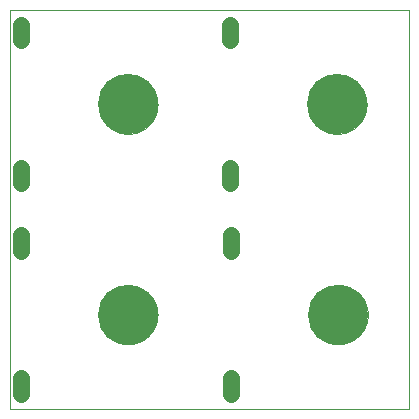
<source format=gbs>
G75*
%MOIN*%
%OFA0B0*%
%FSLAX25Y25*%
%IPPOS*%
%LPD*%
%AMOC8*
5,1,8,0,0,1.08239X$1,22.5*
%
%ADD10C,0.00000*%
%ADD11C,0.20085*%
%ADD12C,0.05550*%
D10*
X0001310Y0001539D02*
X0134381Y0001539D01*
X0134381Y0134610D01*
X0001310Y0134610D01*
X0001310Y0001539D01*
X0030798Y0032996D02*
X0030801Y0033238D01*
X0030810Y0033479D01*
X0030825Y0033720D01*
X0030845Y0033961D01*
X0030872Y0034201D01*
X0030905Y0034440D01*
X0030943Y0034679D01*
X0030987Y0034916D01*
X0031037Y0035153D01*
X0031093Y0035388D01*
X0031155Y0035621D01*
X0031222Y0035853D01*
X0031295Y0036084D01*
X0031373Y0036312D01*
X0031458Y0036538D01*
X0031547Y0036763D01*
X0031642Y0036985D01*
X0031743Y0037204D01*
X0031849Y0037422D01*
X0031960Y0037636D01*
X0032077Y0037848D01*
X0032198Y0038056D01*
X0032325Y0038262D01*
X0032457Y0038464D01*
X0032594Y0038664D01*
X0032735Y0038859D01*
X0032881Y0039052D01*
X0033032Y0039240D01*
X0033188Y0039425D01*
X0033348Y0039606D01*
X0033512Y0039783D01*
X0033681Y0039956D01*
X0033854Y0040125D01*
X0034031Y0040289D01*
X0034212Y0040449D01*
X0034397Y0040605D01*
X0034585Y0040756D01*
X0034778Y0040902D01*
X0034973Y0041043D01*
X0035173Y0041180D01*
X0035375Y0041312D01*
X0035581Y0041439D01*
X0035789Y0041560D01*
X0036001Y0041677D01*
X0036215Y0041788D01*
X0036433Y0041894D01*
X0036652Y0041995D01*
X0036874Y0042090D01*
X0037099Y0042179D01*
X0037325Y0042264D01*
X0037553Y0042342D01*
X0037784Y0042415D01*
X0038016Y0042482D01*
X0038249Y0042544D01*
X0038484Y0042600D01*
X0038721Y0042650D01*
X0038958Y0042694D01*
X0039197Y0042732D01*
X0039436Y0042765D01*
X0039676Y0042792D01*
X0039917Y0042812D01*
X0040158Y0042827D01*
X0040399Y0042836D01*
X0040641Y0042839D01*
X0040883Y0042836D01*
X0041124Y0042827D01*
X0041365Y0042812D01*
X0041606Y0042792D01*
X0041846Y0042765D01*
X0042085Y0042732D01*
X0042324Y0042694D01*
X0042561Y0042650D01*
X0042798Y0042600D01*
X0043033Y0042544D01*
X0043266Y0042482D01*
X0043498Y0042415D01*
X0043729Y0042342D01*
X0043957Y0042264D01*
X0044183Y0042179D01*
X0044408Y0042090D01*
X0044630Y0041995D01*
X0044849Y0041894D01*
X0045067Y0041788D01*
X0045281Y0041677D01*
X0045493Y0041560D01*
X0045701Y0041439D01*
X0045907Y0041312D01*
X0046109Y0041180D01*
X0046309Y0041043D01*
X0046504Y0040902D01*
X0046697Y0040756D01*
X0046885Y0040605D01*
X0047070Y0040449D01*
X0047251Y0040289D01*
X0047428Y0040125D01*
X0047601Y0039956D01*
X0047770Y0039783D01*
X0047934Y0039606D01*
X0048094Y0039425D01*
X0048250Y0039240D01*
X0048401Y0039052D01*
X0048547Y0038859D01*
X0048688Y0038664D01*
X0048825Y0038464D01*
X0048957Y0038262D01*
X0049084Y0038056D01*
X0049205Y0037848D01*
X0049322Y0037636D01*
X0049433Y0037422D01*
X0049539Y0037204D01*
X0049640Y0036985D01*
X0049735Y0036763D01*
X0049824Y0036538D01*
X0049909Y0036312D01*
X0049987Y0036084D01*
X0050060Y0035853D01*
X0050127Y0035621D01*
X0050189Y0035388D01*
X0050245Y0035153D01*
X0050295Y0034916D01*
X0050339Y0034679D01*
X0050377Y0034440D01*
X0050410Y0034201D01*
X0050437Y0033961D01*
X0050457Y0033720D01*
X0050472Y0033479D01*
X0050481Y0033238D01*
X0050484Y0032996D01*
X0050481Y0032754D01*
X0050472Y0032513D01*
X0050457Y0032272D01*
X0050437Y0032031D01*
X0050410Y0031791D01*
X0050377Y0031552D01*
X0050339Y0031313D01*
X0050295Y0031076D01*
X0050245Y0030839D01*
X0050189Y0030604D01*
X0050127Y0030371D01*
X0050060Y0030139D01*
X0049987Y0029908D01*
X0049909Y0029680D01*
X0049824Y0029454D01*
X0049735Y0029229D01*
X0049640Y0029007D01*
X0049539Y0028788D01*
X0049433Y0028570D01*
X0049322Y0028356D01*
X0049205Y0028144D01*
X0049084Y0027936D01*
X0048957Y0027730D01*
X0048825Y0027528D01*
X0048688Y0027328D01*
X0048547Y0027133D01*
X0048401Y0026940D01*
X0048250Y0026752D01*
X0048094Y0026567D01*
X0047934Y0026386D01*
X0047770Y0026209D01*
X0047601Y0026036D01*
X0047428Y0025867D01*
X0047251Y0025703D01*
X0047070Y0025543D01*
X0046885Y0025387D01*
X0046697Y0025236D01*
X0046504Y0025090D01*
X0046309Y0024949D01*
X0046109Y0024812D01*
X0045907Y0024680D01*
X0045701Y0024553D01*
X0045493Y0024432D01*
X0045281Y0024315D01*
X0045067Y0024204D01*
X0044849Y0024098D01*
X0044630Y0023997D01*
X0044408Y0023902D01*
X0044183Y0023813D01*
X0043957Y0023728D01*
X0043729Y0023650D01*
X0043498Y0023577D01*
X0043266Y0023510D01*
X0043033Y0023448D01*
X0042798Y0023392D01*
X0042561Y0023342D01*
X0042324Y0023298D01*
X0042085Y0023260D01*
X0041846Y0023227D01*
X0041606Y0023200D01*
X0041365Y0023180D01*
X0041124Y0023165D01*
X0040883Y0023156D01*
X0040641Y0023153D01*
X0040399Y0023156D01*
X0040158Y0023165D01*
X0039917Y0023180D01*
X0039676Y0023200D01*
X0039436Y0023227D01*
X0039197Y0023260D01*
X0038958Y0023298D01*
X0038721Y0023342D01*
X0038484Y0023392D01*
X0038249Y0023448D01*
X0038016Y0023510D01*
X0037784Y0023577D01*
X0037553Y0023650D01*
X0037325Y0023728D01*
X0037099Y0023813D01*
X0036874Y0023902D01*
X0036652Y0023997D01*
X0036433Y0024098D01*
X0036215Y0024204D01*
X0036001Y0024315D01*
X0035789Y0024432D01*
X0035581Y0024553D01*
X0035375Y0024680D01*
X0035173Y0024812D01*
X0034973Y0024949D01*
X0034778Y0025090D01*
X0034585Y0025236D01*
X0034397Y0025387D01*
X0034212Y0025543D01*
X0034031Y0025703D01*
X0033854Y0025867D01*
X0033681Y0026036D01*
X0033512Y0026209D01*
X0033348Y0026386D01*
X0033188Y0026567D01*
X0033032Y0026752D01*
X0032881Y0026940D01*
X0032735Y0027133D01*
X0032594Y0027328D01*
X0032457Y0027528D01*
X0032325Y0027730D01*
X0032198Y0027936D01*
X0032077Y0028144D01*
X0031960Y0028356D01*
X0031849Y0028570D01*
X0031743Y0028788D01*
X0031642Y0029007D01*
X0031547Y0029229D01*
X0031458Y0029454D01*
X0031373Y0029680D01*
X0031295Y0029908D01*
X0031222Y0030139D01*
X0031155Y0030371D01*
X0031093Y0030604D01*
X0031037Y0030839D01*
X0030987Y0031076D01*
X0030943Y0031313D01*
X0030905Y0031552D01*
X0030872Y0031791D01*
X0030845Y0032031D01*
X0030825Y0032272D01*
X0030810Y0032513D01*
X0030801Y0032754D01*
X0030798Y0032996D01*
X0030798Y0103075D02*
X0030801Y0103317D01*
X0030810Y0103558D01*
X0030825Y0103799D01*
X0030845Y0104040D01*
X0030872Y0104280D01*
X0030905Y0104519D01*
X0030943Y0104758D01*
X0030987Y0104995D01*
X0031037Y0105232D01*
X0031093Y0105467D01*
X0031155Y0105700D01*
X0031222Y0105932D01*
X0031295Y0106163D01*
X0031373Y0106391D01*
X0031458Y0106617D01*
X0031547Y0106842D01*
X0031642Y0107064D01*
X0031743Y0107283D01*
X0031849Y0107501D01*
X0031960Y0107715D01*
X0032077Y0107927D01*
X0032198Y0108135D01*
X0032325Y0108341D01*
X0032457Y0108543D01*
X0032594Y0108743D01*
X0032735Y0108938D01*
X0032881Y0109131D01*
X0033032Y0109319D01*
X0033188Y0109504D01*
X0033348Y0109685D01*
X0033512Y0109862D01*
X0033681Y0110035D01*
X0033854Y0110204D01*
X0034031Y0110368D01*
X0034212Y0110528D01*
X0034397Y0110684D01*
X0034585Y0110835D01*
X0034778Y0110981D01*
X0034973Y0111122D01*
X0035173Y0111259D01*
X0035375Y0111391D01*
X0035581Y0111518D01*
X0035789Y0111639D01*
X0036001Y0111756D01*
X0036215Y0111867D01*
X0036433Y0111973D01*
X0036652Y0112074D01*
X0036874Y0112169D01*
X0037099Y0112258D01*
X0037325Y0112343D01*
X0037553Y0112421D01*
X0037784Y0112494D01*
X0038016Y0112561D01*
X0038249Y0112623D01*
X0038484Y0112679D01*
X0038721Y0112729D01*
X0038958Y0112773D01*
X0039197Y0112811D01*
X0039436Y0112844D01*
X0039676Y0112871D01*
X0039917Y0112891D01*
X0040158Y0112906D01*
X0040399Y0112915D01*
X0040641Y0112918D01*
X0040883Y0112915D01*
X0041124Y0112906D01*
X0041365Y0112891D01*
X0041606Y0112871D01*
X0041846Y0112844D01*
X0042085Y0112811D01*
X0042324Y0112773D01*
X0042561Y0112729D01*
X0042798Y0112679D01*
X0043033Y0112623D01*
X0043266Y0112561D01*
X0043498Y0112494D01*
X0043729Y0112421D01*
X0043957Y0112343D01*
X0044183Y0112258D01*
X0044408Y0112169D01*
X0044630Y0112074D01*
X0044849Y0111973D01*
X0045067Y0111867D01*
X0045281Y0111756D01*
X0045493Y0111639D01*
X0045701Y0111518D01*
X0045907Y0111391D01*
X0046109Y0111259D01*
X0046309Y0111122D01*
X0046504Y0110981D01*
X0046697Y0110835D01*
X0046885Y0110684D01*
X0047070Y0110528D01*
X0047251Y0110368D01*
X0047428Y0110204D01*
X0047601Y0110035D01*
X0047770Y0109862D01*
X0047934Y0109685D01*
X0048094Y0109504D01*
X0048250Y0109319D01*
X0048401Y0109131D01*
X0048547Y0108938D01*
X0048688Y0108743D01*
X0048825Y0108543D01*
X0048957Y0108341D01*
X0049084Y0108135D01*
X0049205Y0107927D01*
X0049322Y0107715D01*
X0049433Y0107501D01*
X0049539Y0107283D01*
X0049640Y0107064D01*
X0049735Y0106842D01*
X0049824Y0106617D01*
X0049909Y0106391D01*
X0049987Y0106163D01*
X0050060Y0105932D01*
X0050127Y0105700D01*
X0050189Y0105467D01*
X0050245Y0105232D01*
X0050295Y0104995D01*
X0050339Y0104758D01*
X0050377Y0104519D01*
X0050410Y0104280D01*
X0050437Y0104040D01*
X0050457Y0103799D01*
X0050472Y0103558D01*
X0050481Y0103317D01*
X0050484Y0103075D01*
X0050481Y0102833D01*
X0050472Y0102592D01*
X0050457Y0102351D01*
X0050437Y0102110D01*
X0050410Y0101870D01*
X0050377Y0101631D01*
X0050339Y0101392D01*
X0050295Y0101155D01*
X0050245Y0100918D01*
X0050189Y0100683D01*
X0050127Y0100450D01*
X0050060Y0100218D01*
X0049987Y0099987D01*
X0049909Y0099759D01*
X0049824Y0099533D01*
X0049735Y0099308D01*
X0049640Y0099086D01*
X0049539Y0098867D01*
X0049433Y0098649D01*
X0049322Y0098435D01*
X0049205Y0098223D01*
X0049084Y0098015D01*
X0048957Y0097809D01*
X0048825Y0097607D01*
X0048688Y0097407D01*
X0048547Y0097212D01*
X0048401Y0097019D01*
X0048250Y0096831D01*
X0048094Y0096646D01*
X0047934Y0096465D01*
X0047770Y0096288D01*
X0047601Y0096115D01*
X0047428Y0095946D01*
X0047251Y0095782D01*
X0047070Y0095622D01*
X0046885Y0095466D01*
X0046697Y0095315D01*
X0046504Y0095169D01*
X0046309Y0095028D01*
X0046109Y0094891D01*
X0045907Y0094759D01*
X0045701Y0094632D01*
X0045493Y0094511D01*
X0045281Y0094394D01*
X0045067Y0094283D01*
X0044849Y0094177D01*
X0044630Y0094076D01*
X0044408Y0093981D01*
X0044183Y0093892D01*
X0043957Y0093807D01*
X0043729Y0093729D01*
X0043498Y0093656D01*
X0043266Y0093589D01*
X0043033Y0093527D01*
X0042798Y0093471D01*
X0042561Y0093421D01*
X0042324Y0093377D01*
X0042085Y0093339D01*
X0041846Y0093306D01*
X0041606Y0093279D01*
X0041365Y0093259D01*
X0041124Y0093244D01*
X0040883Y0093235D01*
X0040641Y0093232D01*
X0040399Y0093235D01*
X0040158Y0093244D01*
X0039917Y0093259D01*
X0039676Y0093279D01*
X0039436Y0093306D01*
X0039197Y0093339D01*
X0038958Y0093377D01*
X0038721Y0093421D01*
X0038484Y0093471D01*
X0038249Y0093527D01*
X0038016Y0093589D01*
X0037784Y0093656D01*
X0037553Y0093729D01*
X0037325Y0093807D01*
X0037099Y0093892D01*
X0036874Y0093981D01*
X0036652Y0094076D01*
X0036433Y0094177D01*
X0036215Y0094283D01*
X0036001Y0094394D01*
X0035789Y0094511D01*
X0035581Y0094632D01*
X0035375Y0094759D01*
X0035173Y0094891D01*
X0034973Y0095028D01*
X0034778Y0095169D01*
X0034585Y0095315D01*
X0034397Y0095466D01*
X0034212Y0095622D01*
X0034031Y0095782D01*
X0033854Y0095946D01*
X0033681Y0096115D01*
X0033512Y0096288D01*
X0033348Y0096465D01*
X0033188Y0096646D01*
X0033032Y0096831D01*
X0032881Y0097019D01*
X0032735Y0097212D01*
X0032594Y0097407D01*
X0032457Y0097607D01*
X0032325Y0097809D01*
X0032198Y0098015D01*
X0032077Y0098223D01*
X0031960Y0098435D01*
X0031849Y0098649D01*
X0031743Y0098867D01*
X0031642Y0099086D01*
X0031547Y0099308D01*
X0031458Y0099533D01*
X0031373Y0099759D01*
X0031295Y0099987D01*
X0031222Y0100218D01*
X0031155Y0100450D01*
X0031093Y0100683D01*
X0031037Y0100918D01*
X0030987Y0101155D01*
X0030943Y0101392D01*
X0030905Y0101631D01*
X0030872Y0101870D01*
X0030845Y0102110D01*
X0030825Y0102351D01*
X0030810Y0102592D01*
X0030801Y0102833D01*
X0030798Y0103075D01*
X0100483Y0103075D02*
X0100486Y0103317D01*
X0100495Y0103558D01*
X0100510Y0103799D01*
X0100530Y0104040D01*
X0100557Y0104280D01*
X0100590Y0104519D01*
X0100628Y0104758D01*
X0100672Y0104995D01*
X0100722Y0105232D01*
X0100778Y0105467D01*
X0100840Y0105700D01*
X0100907Y0105932D01*
X0100980Y0106163D01*
X0101058Y0106391D01*
X0101143Y0106617D01*
X0101232Y0106842D01*
X0101327Y0107064D01*
X0101428Y0107283D01*
X0101534Y0107501D01*
X0101645Y0107715D01*
X0101762Y0107927D01*
X0101883Y0108135D01*
X0102010Y0108341D01*
X0102142Y0108543D01*
X0102279Y0108743D01*
X0102420Y0108938D01*
X0102566Y0109131D01*
X0102717Y0109319D01*
X0102873Y0109504D01*
X0103033Y0109685D01*
X0103197Y0109862D01*
X0103366Y0110035D01*
X0103539Y0110204D01*
X0103716Y0110368D01*
X0103897Y0110528D01*
X0104082Y0110684D01*
X0104270Y0110835D01*
X0104463Y0110981D01*
X0104658Y0111122D01*
X0104858Y0111259D01*
X0105060Y0111391D01*
X0105266Y0111518D01*
X0105474Y0111639D01*
X0105686Y0111756D01*
X0105900Y0111867D01*
X0106118Y0111973D01*
X0106337Y0112074D01*
X0106559Y0112169D01*
X0106784Y0112258D01*
X0107010Y0112343D01*
X0107238Y0112421D01*
X0107469Y0112494D01*
X0107701Y0112561D01*
X0107934Y0112623D01*
X0108169Y0112679D01*
X0108406Y0112729D01*
X0108643Y0112773D01*
X0108882Y0112811D01*
X0109121Y0112844D01*
X0109361Y0112871D01*
X0109602Y0112891D01*
X0109843Y0112906D01*
X0110084Y0112915D01*
X0110326Y0112918D01*
X0110568Y0112915D01*
X0110809Y0112906D01*
X0111050Y0112891D01*
X0111291Y0112871D01*
X0111531Y0112844D01*
X0111770Y0112811D01*
X0112009Y0112773D01*
X0112246Y0112729D01*
X0112483Y0112679D01*
X0112718Y0112623D01*
X0112951Y0112561D01*
X0113183Y0112494D01*
X0113414Y0112421D01*
X0113642Y0112343D01*
X0113868Y0112258D01*
X0114093Y0112169D01*
X0114315Y0112074D01*
X0114534Y0111973D01*
X0114752Y0111867D01*
X0114966Y0111756D01*
X0115178Y0111639D01*
X0115386Y0111518D01*
X0115592Y0111391D01*
X0115794Y0111259D01*
X0115994Y0111122D01*
X0116189Y0110981D01*
X0116382Y0110835D01*
X0116570Y0110684D01*
X0116755Y0110528D01*
X0116936Y0110368D01*
X0117113Y0110204D01*
X0117286Y0110035D01*
X0117455Y0109862D01*
X0117619Y0109685D01*
X0117779Y0109504D01*
X0117935Y0109319D01*
X0118086Y0109131D01*
X0118232Y0108938D01*
X0118373Y0108743D01*
X0118510Y0108543D01*
X0118642Y0108341D01*
X0118769Y0108135D01*
X0118890Y0107927D01*
X0119007Y0107715D01*
X0119118Y0107501D01*
X0119224Y0107283D01*
X0119325Y0107064D01*
X0119420Y0106842D01*
X0119509Y0106617D01*
X0119594Y0106391D01*
X0119672Y0106163D01*
X0119745Y0105932D01*
X0119812Y0105700D01*
X0119874Y0105467D01*
X0119930Y0105232D01*
X0119980Y0104995D01*
X0120024Y0104758D01*
X0120062Y0104519D01*
X0120095Y0104280D01*
X0120122Y0104040D01*
X0120142Y0103799D01*
X0120157Y0103558D01*
X0120166Y0103317D01*
X0120169Y0103075D01*
X0120166Y0102833D01*
X0120157Y0102592D01*
X0120142Y0102351D01*
X0120122Y0102110D01*
X0120095Y0101870D01*
X0120062Y0101631D01*
X0120024Y0101392D01*
X0119980Y0101155D01*
X0119930Y0100918D01*
X0119874Y0100683D01*
X0119812Y0100450D01*
X0119745Y0100218D01*
X0119672Y0099987D01*
X0119594Y0099759D01*
X0119509Y0099533D01*
X0119420Y0099308D01*
X0119325Y0099086D01*
X0119224Y0098867D01*
X0119118Y0098649D01*
X0119007Y0098435D01*
X0118890Y0098223D01*
X0118769Y0098015D01*
X0118642Y0097809D01*
X0118510Y0097607D01*
X0118373Y0097407D01*
X0118232Y0097212D01*
X0118086Y0097019D01*
X0117935Y0096831D01*
X0117779Y0096646D01*
X0117619Y0096465D01*
X0117455Y0096288D01*
X0117286Y0096115D01*
X0117113Y0095946D01*
X0116936Y0095782D01*
X0116755Y0095622D01*
X0116570Y0095466D01*
X0116382Y0095315D01*
X0116189Y0095169D01*
X0115994Y0095028D01*
X0115794Y0094891D01*
X0115592Y0094759D01*
X0115386Y0094632D01*
X0115178Y0094511D01*
X0114966Y0094394D01*
X0114752Y0094283D01*
X0114534Y0094177D01*
X0114315Y0094076D01*
X0114093Y0093981D01*
X0113868Y0093892D01*
X0113642Y0093807D01*
X0113414Y0093729D01*
X0113183Y0093656D01*
X0112951Y0093589D01*
X0112718Y0093527D01*
X0112483Y0093471D01*
X0112246Y0093421D01*
X0112009Y0093377D01*
X0111770Y0093339D01*
X0111531Y0093306D01*
X0111291Y0093279D01*
X0111050Y0093259D01*
X0110809Y0093244D01*
X0110568Y0093235D01*
X0110326Y0093232D01*
X0110084Y0093235D01*
X0109843Y0093244D01*
X0109602Y0093259D01*
X0109361Y0093279D01*
X0109121Y0093306D01*
X0108882Y0093339D01*
X0108643Y0093377D01*
X0108406Y0093421D01*
X0108169Y0093471D01*
X0107934Y0093527D01*
X0107701Y0093589D01*
X0107469Y0093656D01*
X0107238Y0093729D01*
X0107010Y0093807D01*
X0106784Y0093892D01*
X0106559Y0093981D01*
X0106337Y0094076D01*
X0106118Y0094177D01*
X0105900Y0094283D01*
X0105686Y0094394D01*
X0105474Y0094511D01*
X0105266Y0094632D01*
X0105060Y0094759D01*
X0104858Y0094891D01*
X0104658Y0095028D01*
X0104463Y0095169D01*
X0104270Y0095315D01*
X0104082Y0095466D01*
X0103897Y0095622D01*
X0103716Y0095782D01*
X0103539Y0095946D01*
X0103366Y0096115D01*
X0103197Y0096288D01*
X0103033Y0096465D01*
X0102873Y0096646D01*
X0102717Y0096831D01*
X0102566Y0097019D01*
X0102420Y0097212D01*
X0102279Y0097407D01*
X0102142Y0097607D01*
X0102010Y0097809D01*
X0101883Y0098015D01*
X0101762Y0098223D01*
X0101645Y0098435D01*
X0101534Y0098649D01*
X0101428Y0098867D01*
X0101327Y0099086D01*
X0101232Y0099308D01*
X0101143Y0099533D01*
X0101058Y0099759D01*
X0100980Y0099987D01*
X0100907Y0100218D01*
X0100840Y0100450D01*
X0100778Y0100683D01*
X0100722Y0100918D01*
X0100672Y0101155D01*
X0100628Y0101392D01*
X0100590Y0101631D01*
X0100557Y0101870D01*
X0100530Y0102110D01*
X0100510Y0102351D01*
X0100495Y0102592D01*
X0100486Y0102833D01*
X0100483Y0103075D01*
X0100876Y0032996D02*
X0100879Y0033238D01*
X0100888Y0033479D01*
X0100903Y0033720D01*
X0100923Y0033961D01*
X0100950Y0034201D01*
X0100983Y0034440D01*
X0101021Y0034679D01*
X0101065Y0034916D01*
X0101115Y0035153D01*
X0101171Y0035388D01*
X0101233Y0035621D01*
X0101300Y0035853D01*
X0101373Y0036084D01*
X0101451Y0036312D01*
X0101536Y0036538D01*
X0101625Y0036763D01*
X0101720Y0036985D01*
X0101821Y0037204D01*
X0101927Y0037422D01*
X0102038Y0037636D01*
X0102155Y0037848D01*
X0102276Y0038056D01*
X0102403Y0038262D01*
X0102535Y0038464D01*
X0102672Y0038664D01*
X0102813Y0038859D01*
X0102959Y0039052D01*
X0103110Y0039240D01*
X0103266Y0039425D01*
X0103426Y0039606D01*
X0103590Y0039783D01*
X0103759Y0039956D01*
X0103932Y0040125D01*
X0104109Y0040289D01*
X0104290Y0040449D01*
X0104475Y0040605D01*
X0104663Y0040756D01*
X0104856Y0040902D01*
X0105051Y0041043D01*
X0105251Y0041180D01*
X0105453Y0041312D01*
X0105659Y0041439D01*
X0105867Y0041560D01*
X0106079Y0041677D01*
X0106293Y0041788D01*
X0106511Y0041894D01*
X0106730Y0041995D01*
X0106952Y0042090D01*
X0107177Y0042179D01*
X0107403Y0042264D01*
X0107631Y0042342D01*
X0107862Y0042415D01*
X0108094Y0042482D01*
X0108327Y0042544D01*
X0108562Y0042600D01*
X0108799Y0042650D01*
X0109036Y0042694D01*
X0109275Y0042732D01*
X0109514Y0042765D01*
X0109754Y0042792D01*
X0109995Y0042812D01*
X0110236Y0042827D01*
X0110477Y0042836D01*
X0110719Y0042839D01*
X0110961Y0042836D01*
X0111202Y0042827D01*
X0111443Y0042812D01*
X0111684Y0042792D01*
X0111924Y0042765D01*
X0112163Y0042732D01*
X0112402Y0042694D01*
X0112639Y0042650D01*
X0112876Y0042600D01*
X0113111Y0042544D01*
X0113344Y0042482D01*
X0113576Y0042415D01*
X0113807Y0042342D01*
X0114035Y0042264D01*
X0114261Y0042179D01*
X0114486Y0042090D01*
X0114708Y0041995D01*
X0114927Y0041894D01*
X0115145Y0041788D01*
X0115359Y0041677D01*
X0115571Y0041560D01*
X0115779Y0041439D01*
X0115985Y0041312D01*
X0116187Y0041180D01*
X0116387Y0041043D01*
X0116582Y0040902D01*
X0116775Y0040756D01*
X0116963Y0040605D01*
X0117148Y0040449D01*
X0117329Y0040289D01*
X0117506Y0040125D01*
X0117679Y0039956D01*
X0117848Y0039783D01*
X0118012Y0039606D01*
X0118172Y0039425D01*
X0118328Y0039240D01*
X0118479Y0039052D01*
X0118625Y0038859D01*
X0118766Y0038664D01*
X0118903Y0038464D01*
X0119035Y0038262D01*
X0119162Y0038056D01*
X0119283Y0037848D01*
X0119400Y0037636D01*
X0119511Y0037422D01*
X0119617Y0037204D01*
X0119718Y0036985D01*
X0119813Y0036763D01*
X0119902Y0036538D01*
X0119987Y0036312D01*
X0120065Y0036084D01*
X0120138Y0035853D01*
X0120205Y0035621D01*
X0120267Y0035388D01*
X0120323Y0035153D01*
X0120373Y0034916D01*
X0120417Y0034679D01*
X0120455Y0034440D01*
X0120488Y0034201D01*
X0120515Y0033961D01*
X0120535Y0033720D01*
X0120550Y0033479D01*
X0120559Y0033238D01*
X0120562Y0032996D01*
X0120559Y0032754D01*
X0120550Y0032513D01*
X0120535Y0032272D01*
X0120515Y0032031D01*
X0120488Y0031791D01*
X0120455Y0031552D01*
X0120417Y0031313D01*
X0120373Y0031076D01*
X0120323Y0030839D01*
X0120267Y0030604D01*
X0120205Y0030371D01*
X0120138Y0030139D01*
X0120065Y0029908D01*
X0119987Y0029680D01*
X0119902Y0029454D01*
X0119813Y0029229D01*
X0119718Y0029007D01*
X0119617Y0028788D01*
X0119511Y0028570D01*
X0119400Y0028356D01*
X0119283Y0028144D01*
X0119162Y0027936D01*
X0119035Y0027730D01*
X0118903Y0027528D01*
X0118766Y0027328D01*
X0118625Y0027133D01*
X0118479Y0026940D01*
X0118328Y0026752D01*
X0118172Y0026567D01*
X0118012Y0026386D01*
X0117848Y0026209D01*
X0117679Y0026036D01*
X0117506Y0025867D01*
X0117329Y0025703D01*
X0117148Y0025543D01*
X0116963Y0025387D01*
X0116775Y0025236D01*
X0116582Y0025090D01*
X0116387Y0024949D01*
X0116187Y0024812D01*
X0115985Y0024680D01*
X0115779Y0024553D01*
X0115571Y0024432D01*
X0115359Y0024315D01*
X0115145Y0024204D01*
X0114927Y0024098D01*
X0114708Y0023997D01*
X0114486Y0023902D01*
X0114261Y0023813D01*
X0114035Y0023728D01*
X0113807Y0023650D01*
X0113576Y0023577D01*
X0113344Y0023510D01*
X0113111Y0023448D01*
X0112876Y0023392D01*
X0112639Y0023342D01*
X0112402Y0023298D01*
X0112163Y0023260D01*
X0111924Y0023227D01*
X0111684Y0023200D01*
X0111443Y0023180D01*
X0111202Y0023165D01*
X0110961Y0023156D01*
X0110719Y0023153D01*
X0110477Y0023156D01*
X0110236Y0023165D01*
X0109995Y0023180D01*
X0109754Y0023200D01*
X0109514Y0023227D01*
X0109275Y0023260D01*
X0109036Y0023298D01*
X0108799Y0023342D01*
X0108562Y0023392D01*
X0108327Y0023448D01*
X0108094Y0023510D01*
X0107862Y0023577D01*
X0107631Y0023650D01*
X0107403Y0023728D01*
X0107177Y0023813D01*
X0106952Y0023902D01*
X0106730Y0023997D01*
X0106511Y0024098D01*
X0106293Y0024204D01*
X0106079Y0024315D01*
X0105867Y0024432D01*
X0105659Y0024553D01*
X0105453Y0024680D01*
X0105251Y0024812D01*
X0105051Y0024949D01*
X0104856Y0025090D01*
X0104663Y0025236D01*
X0104475Y0025387D01*
X0104290Y0025543D01*
X0104109Y0025703D01*
X0103932Y0025867D01*
X0103759Y0026036D01*
X0103590Y0026209D01*
X0103426Y0026386D01*
X0103266Y0026567D01*
X0103110Y0026752D01*
X0102959Y0026940D01*
X0102813Y0027133D01*
X0102672Y0027328D01*
X0102535Y0027528D01*
X0102403Y0027730D01*
X0102276Y0027936D01*
X0102155Y0028144D01*
X0102038Y0028356D01*
X0101927Y0028570D01*
X0101821Y0028788D01*
X0101720Y0029007D01*
X0101625Y0029229D01*
X0101536Y0029454D01*
X0101451Y0029680D01*
X0101373Y0029908D01*
X0101300Y0030139D01*
X0101233Y0030371D01*
X0101171Y0030604D01*
X0101115Y0030839D01*
X0101065Y0031076D01*
X0101021Y0031313D01*
X0100983Y0031552D01*
X0100950Y0031791D01*
X0100923Y0032031D01*
X0100903Y0032272D01*
X0100888Y0032513D01*
X0100879Y0032754D01*
X0100876Y0032996D01*
D11*
X0110719Y0032996D03*
X0110326Y0103075D03*
X0040641Y0103075D03*
X0040641Y0032996D03*
D12*
X0075129Y0011791D02*
X0075129Y0006642D01*
X0075129Y0054358D02*
X0075129Y0059508D01*
X0074735Y0076720D02*
X0074735Y0081870D01*
X0074735Y0124437D02*
X0074735Y0129587D01*
X0005050Y0129587D02*
X0005050Y0124437D01*
X0005050Y0081870D02*
X0005050Y0076720D01*
X0005050Y0059508D02*
X0005050Y0054358D01*
X0005050Y0011791D02*
X0005050Y0006642D01*
M02*

</source>
